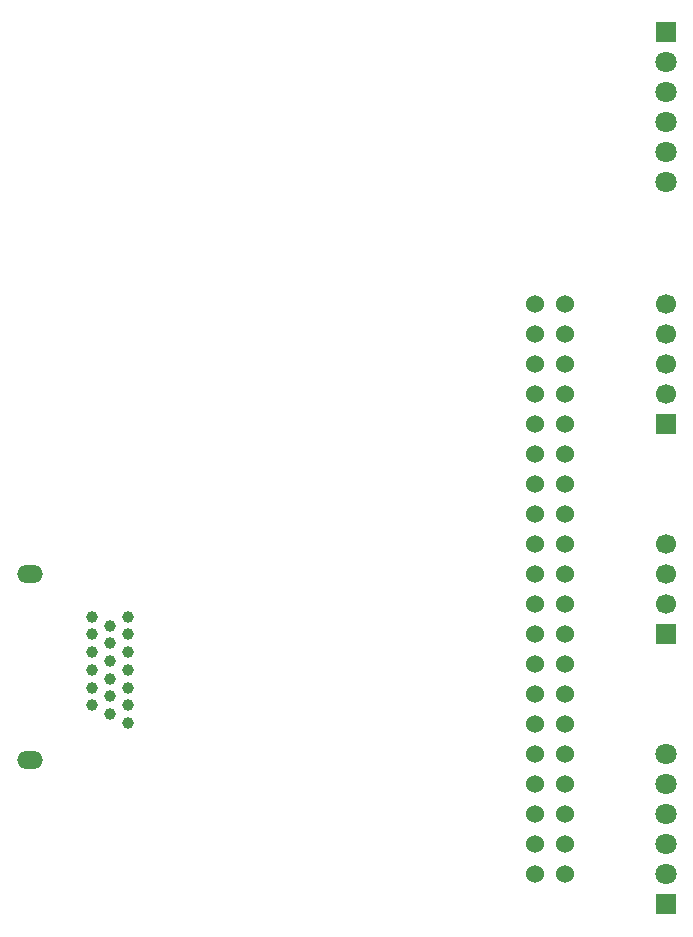
<source format=gtl>
G04 Layer: TopLayer*
G04 EasyEDA v6.5.23, 2023-06-18 13:26:56*
G04 e563b856323e489fb497cbcb29ae2dd2,10*
G04 Gerber Generator version 0.2*
G04 Scale: 100 percent, Rotated: No, Reflected: No *
G04 Dimensions in millimeters *
G04 leading zeros omitted , absolute positions ,4 integer and 5 decimal *
%FSLAX45Y45*%
%MOMM*%

%ADD10C,1.8000*%
%ADD11R,1.8000X1.8000*%
%ADD12C,1.5240*%
%ADD13R,1.7000X1.7000*%
%ADD14C,1.7000*%
%ADD15C,1.0000*%
%ADD16O,2.1999956000000003X1.499997*%

%LPD*%
D10*
G01*
X7425385Y2081115D03*
G01*
X7425385Y1827115D03*
G01*
X7425385Y1573115D03*
G01*
X7425385Y1319115D03*
G01*
X7425385Y1065115D03*
D11*
G01*
X7425385Y811115D03*
D12*
G01*
X6311900Y1066800D03*
G01*
X6565900Y1066800D03*
G01*
X6311900Y1320800D03*
G01*
X6565900Y1320800D03*
G01*
X6311900Y1574800D03*
G01*
X6565900Y1574800D03*
G01*
X6311900Y1828800D03*
G01*
X6565900Y1828800D03*
G01*
X6311900Y2082800D03*
G01*
X6565900Y2082800D03*
G01*
X6311900Y2336800D03*
G01*
X6565900Y2336800D03*
G01*
X6311900Y2590800D03*
G01*
X6565900Y2590800D03*
G01*
X6311900Y2844800D03*
G01*
X6565900Y2844800D03*
G01*
X6311900Y3098800D03*
G01*
X6565900Y3098800D03*
G01*
X6311900Y3352800D03*
G01*
X6565900Y3352800D03*
G01*
X6311900Y3606800D03*
G01*
X6565900Y3606800D03*
G01*
X6311900Y3860800D03*
G01*
X6565900Y3860800D03*
G01*
X6311900Y4114800D03*
G01*
X6565900Y4114800D03*
G01*
X6311900Y4368800D03*
G01*
X6565900Y4368800D03*
G01*
X6311900Y4622800D03*
G01*
X6565900Y4622800D03*
G01*
X6311900Y4876800D03*
G01*
X6565900Y4876800D03*
G01*
X6311900Y5130800D03*
G01*
X6565900Y5130800D03*
G01*
X6311900Y5384800D03*
G01*
X6565900Y5384800D03*
G01*
X6311900Y5638800D03*
G01*
X6565900Y5638800D03*
G01*
X6311900Y5892800D03*
G01*
X6565900Y5892800D03*
D10*
G01*
X7425385Y6921500D03*
G01*
X7425385Y7175500D03*
G01*
X7425385Y7429500D03*
G01*
X7425385Y7683500D03*
G01*
X7425385Y7937500D03*
D11*
G01*
X7425385Y8191500D03*
D13*
G01*
X7425385Y3098993D03*
D14*
G01*
X7425385Y3352993D03*
G01*
X7425385Y3606993D03*
G01*
X7425385Y3860993D03*
D13*
G01*
X7425385Y4876800D03*
D14*
G01*
X7425385Y5130800D03*
G01*
X7425385Y5384800D03*
G01*
X7425385Y5638800D03*
G01*
X7425385Y5892800D03*
D15*
G01*
X2866097Y2343404D03*
G01*
X2716085Y2418410D03*
G01*
X2866097Y2493390D03*
G01*
X2566098Y2493390D03*
G01*
X2716085Y2568397D03*
G01*
X2566098Y2643403D03*
G01*
X2866097Y2643403D03*
G01*
X2716085Y2718409D03*
G01*
X2866097Y2793390D03*
G01*
X2566098Y2793390D03*
G01*
X2716085Y2868396D03*
G01*
X2566098Y2943402D03*
G01*
X2866097Y2943402D03*
G01*
X2716085Y3018409D03*
G01*
X2866097Y3093415D03*
G01*
X2566098Y3093415D03*
G01*
X2716085Y3168395D03*
G01*
X2566098Y3243402D03*
G01*
X2866097Y3243402D03*
D16*
G01*
X2036102Y2033396D03*
G01*
X2036102Y3605403D03*
M02*

</source>
